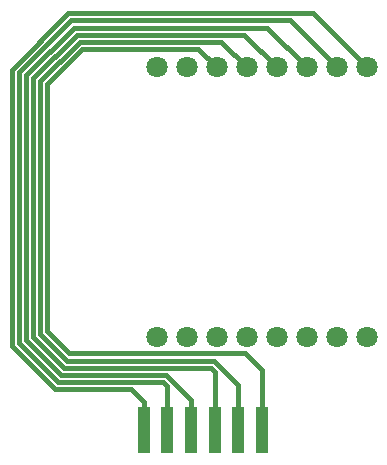
<source format=gbr>
%TF.GenerationSoftware,KiCad,Pcbnew,5.1.10-88a1d61d58~90~ubuntu20.04.1*%
%TF.CreationDate,2021-11-13T21:20:41-05:00*%
%TF.ProjectId,d1shield,64317368-6965-46c6-942e-6b696361645f,rev?*%
%TF.SameCoordinates,Original*%
%TF.FileFunction,Copper,L1,Top*%
%TF.FilePolarity,Positive*%
%FSLAX46Y46*%
G04 Gerber Fmt 4.6, Leading zero omitted, Abs format (unit mm)*
G04 Created by KiCad (PCBNEW 5.1.10-88a1d61d58~90~ubuntu20.04.1) date 2021-11-13 21:20:41*
%MOMM*%
%LPD*%
G01*
G04 APERTURE LIST*
%TA.AperFunction,ComponentPad*%
%ADD10C,1.800000*%
%TD*%
%TA.AperFunction,ConnectorPad*%
%ADD11R,1.000000X4.000000*%
%TD*%
%TA.AperFunction,Conductor*%
%ADD12C,0.400000*%
%TD*%
G04 APERTURE END LIST*
D10*
%TO.P,U1,16*%
%TO.N,Net-(U1-Pad16)*%
X118110000Y-97270000D03*
%TO.P,U1,1*%
%TO.N,Net-(U1-Pad1)*%
X118110000Y-120130000D03*
%TO.P,U1,15*%
%TO.N,Net-(U1-Pad15)*%
X120650000Y-97270000D03*
%TO.P,U1,2*%
%TO.N,Net-(U1-Pad2)*%
X120650000Y-120130000D03*
%TO.P,U1,14*%
%TO.N,Net-(J2-Pad1)*%
X123190000Y-97270000D03*
%TO.P,U1,3*%
%TO.N,Net-(J1-Pad1)*%
X123190000Y-120130000D03*
%TO.P,U1,13*%
%TO.N,Net-(J2-Pad2)*%
X125730000Y-97270000D03*
%TO.P,U1,4*%
%TO.N,Net-(J1-Pad2)*%
X125730000Y-120130000D03*
%TO.P,U1,12*%
%TO.N,Net-(J2-Pad3)*%
X128270000Y-97270000D03*
%TO.P,U1,5*%
%TO.N,Net-(J1-Pad3)*%
X128270000Y-120130000D03*
%TO.P,U1,11*%
%TO.N,Net-(J2-Pad4)*%
X130810000Y-97270000D03*
%TO.P,U1,6*%
%TO.N,Net-(J1-Pad4)*%
X130810000Y-120130000D03*
%TO.P,U1,10*%
%TO.N,Net-(J2-Pad5)*%
X133350000Y-97270000D03*
%TO.P,U1,7*%
%TO.N,Net-(J1-Pad5)*%
X133350000Y-120130000D03*
%TO.P,U1,9*%
%TO.N,Net-(J2-Pad6)*%
X135890000Y-97270000D03*
%TO.P,U1,8*%
%TO.N,Net-(J1-Pad6)*%
X135890000Y-120130000D03*
%TD*%
D11*
%TO.P,J2,1*%
%TO.N,Net-(J2-Pad1)*%
X127000000Y-128000000D03*
%TO.P,J2,6*%
%TO.N,Net-(J2-Pad6)*%
X117000000Y-128000000D03*
%TO.P,J2,5*%
%TO.N,Net-(J2-Pad5)*%
X119000000Y-128000000D03*
%TO.P,J2,4*%
%TO.N,Net-(J2-Pad4)*%
X121000000Y-128000000D03*
%TO.P,J2,2*%
%TO.N,Net-(J2-Pad2)*%
X125000000Y-128000000D03*
%TO.P,J2,3*%
%TO.N,Net-(J2-Pad3)*%
X123000000Y-128000000D03*
%TD*%
D12*
%TO.N,Net-(J2-Pad1)*%
X111800000Y-95700000D02*
X121620000Y-95700000D01*
X108800000Y-98700000D02*
X111800000Y-95700000D01*
X108800000Y-119600000D02*
X108800000Y-98700000D01*
X110630001Y-121430001D02*
X108800000Y-119600000D01*
X125530001Y-121430001D02*
X110630001Y-121430001D01*
X127000000Y-122900000D02*
X125530001Y-121430001D01*
X121620000Y-95700000D02*
X123190000Y-97270000D01*
X127000000Y-128000000D02*
X127000000Y-122900000D01*
%TO.N,Net-(J2-Pad6)*%
X110557340Y-92699950D02*
X131319950Y-92699950D01*
X105799955Y-97457335D02*
X110557340Y-92699950D01*
X105799954Y-120842656D02*
X105799955Y-97457335D01*
X131319950Y-92699950D02*
X135890000Y-97270000D01*
X115900033Y-124500033D02*
X109457326Y-124500033D01*
X117000000Y-125600000D02*
X115900033Y-124500033D01*
X109457326Y-124500033D02*
X105799954Y-120842656D01*
X117000000Y-128000000D02*
X117000000Y-125600000D01*
%TO.N,Net-(J2-Pad5)*%
X129379960Y-93299960D02*
X133350000Y-97270000D01*
X110805872Y-93299960D02*
X129379960Y-93299960D01*
X106399964Y-97705868D02*
X110805872Y-93299960D01*
X106399963Y-120594125D02*
X106399964Y-97705868D01*
X109705859Y-123900025D02*
X106399963Y-120594125D01*
X118651486Y-123900028D02*
X109705859Y-123900025D01*
X119000000Y-124248542D02*
X118651486Y-123900028D01*
X119000000Y-128000000D02*
X119000000Y-124248542D01*
%TO.N,Net-(J2-Pad4)*%
X127439970Y-93899970D02*
X130810000Y-97270000D01*
X111054404Y-93899970D02*
X127439970Y-93899970D01*
X106999973Y-97954401D02*
X111054404Y-93899970D01*
X106999972Y-120345594D02*
X106999973Y-97954401D01*
X109954392Y-123300017D02*
X106999972Y-120345594D01*
X118900019Y-123300019D02*
X109954392Y-123300017D01*
X121000000Y-125400000D02*
X118900019Y-123300019D01*
X121000000Y-128000000D02*
X121000000Y-125400000D01*
%TO.N,Net-(J2-Pad2)*%
X123559990Y-95099990D02*
X125730000Y-97270000D01*
X111551468Y-95099990D02*
X123559990Y-95099990D01*
X108199990Y-119848532D02*
X108199991Y-98451467D01*
X110451458Y-122100000D02*
X108199990Y-119848532D01*
X122900000Y-122100000D02*
X110451458Y-122100000D01*
X108199991Y-98451467D02*
X111551468Y-95099990D01*
X125000000Y-124200000D02*
X122900000Y-122100000D01*
X125000000Y-128000000D02*
X125000000Y-124200000D01*
%TO.N,Net-(J2-Pad3)*%
X125499980Y-94499980D02*
X128270000Y-97270000D01*
X111302936Y-94499980D02*
X125499980Y-94499980D01*
X107599982Y-98202934D02*
X111302936Y-94499980D01*
X107599981Y-120097063D02*
X107599982Y-98202934D01*
X110202925Y-122700009D02*
X107599981Y-120097063D01*
X122651468Y-122700010D02*
X110202925Y-122700009D01*
X123000000Y-123048542D02*
X122651468Y-122700010D01*
X123000000Y-128000000D02*
X123000000Y-123048542D01*
%TD*%
M02*

</source>
